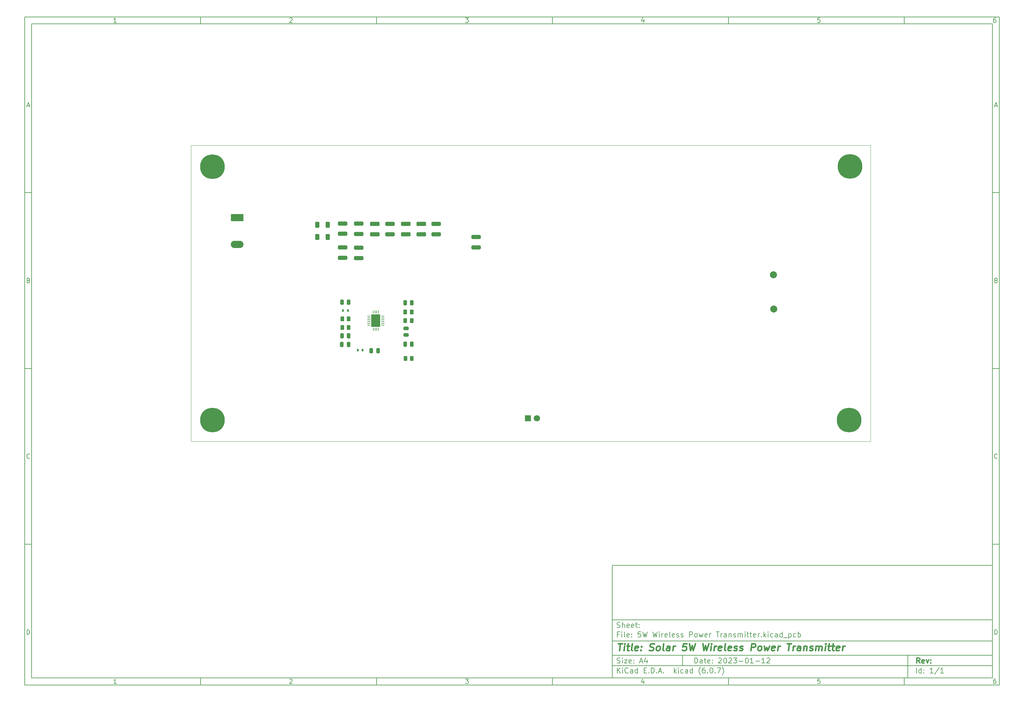
<source format=gbr>
%TF.GenerationSoftware,KiCad,Pcbnew,(6.0.7)*%
%TF.CreationDate,2023-01-12T19:17:07+03:00*%
%TF.ProjectId,5W Wireless Power Transmitter,35572057-6972-4656-9c65-737320506f77,rev?*%
%TF.SameCoordinates,Original*%
%TF.FileFunction,Soldermask,Top*%
%TF.FilePolarity,Negative*%
%FSLAX46Y46*%
G04 Gerber Fmt 4.6, Leading zero omitted, Abs format (unit mm)*
G04 Created by KiCad (PCBNEW (6.0.7)) date 2023-01-12 19:17:07*
%MOMM*%
%LPD*%
G01*
G04 APERTURE LIST*
G04 Aperture macros list*
%AMRoundRect*
0 Rectangle with rounded corners*
0 $1 Rounding radius*
0 $2 $3 $4 $5 $6 $7 $8 $9 X,Y pos of 4 corners*
0 Add a 4 corners polygon primitive as box body*
4,1,4,$2,$3,$4,$5,$6,$7,$8,$9,$2,$3,0*
0 Add four circle primitives for the rounded corners*
1,1,$1+$1,$2,$3*
1,1,$1+$1,$4,$5*
1,1,$1+$1,$6,$7*
1,1,$1+$1,$8,$9*
0 Add four rect primitives between the rounded corners*
20,1,$1+$1,$2,$3,$4,$5,0*
20,1,$1+$1,$4,$5,$6,$7,0*
20,1,$1+$1,$6,$7,$8,$9,0*
20,1,$1+$1,$8,$9,$2,$3,0*%
G04 Aperture macros list end*
%ADD10C,0.100000*%
%ADD11C,0.150000*%
%ADD12C,0.300000*%
%ADD13C,0.400000*%
%TA.AperFunction,Profile*%
%ADD14C,0.100000*%
%TD*%
%ADD15RoundRect,0.250000X-1.075000X0.312500X-1.075000X-0.312500X1.075000X-0.312500X1.075000X0.312500X0*%
%ADD16R,0.600000X0.700000*%
%ADD17RoundRect,0.250000X0.250000X0.475000X-0.250000X0.475000X-0.250000X-0.475000X0.250000X-0.475000X0*%
%ADD18RoundRect,0.250000X-0.475000X0.250000X-0.475000X-0.250000X0.475000X-0.250000X0.475000X0.250000X0*%
%ADD19RoundRect,0.250000X0.262500X0.450000X-0.262500X0.450000X-0.262500X-0.450000X0.262500X-0.450000X0*%
%ADD20RoundRect,0.250000X1.100000X-0.325000X1.100000X0.325000X-1.100000X0.325000X-1.100000X-0.325000X0*%
%ADD21C,0.800000*%
%ADD22C,7.000000*%
%ADD23R,1.800000X1.800000*%
%ADD24C,1.800000*%
%ADD25RoundRect,0.250000X-0.312500X-0.625000X0.312500X-0.625000X0.312500X0.625000X-0.312500X0.625000X0*%
%ADD26RoundRect,0.062500X0.362500X0.062500X-0.362500X0.062500X-0.362500X-0.062500X0.362500X-0.062500X0*%
%ADD27RoundRect,0.062500X0.062500X0.362500X-0.062500X0.362500X-0.062500X-0.362500X0.062500X-0.362500X0*%
%ADD28R,2.650000X3.650000*%
%ADD29C,2.000000*%
%ADD30RoundRect,0.250000X-0.250000X-0.475000X0.250000X-0.475000X0.250000X0.475000X-0.250000X0.475000X0*%
%ADD31RoundRect,0.250001X-1.549999X0.799999X-1.549999X-0.799999X1.549999X-0.799999X1.549999X0.799999X0*%
%ADD32O,3.600000X2.100000*%
%ADD33RoundRect,0.250000X-0.262500X-0.450000X0.262500X-0.450000X0.262500X0.450000X-0.262500X0.450000X0*%
G04 APERTURE END LIST*
D10*
D11*
X177002200Y-166007200D02*
X177002200Y-198007200D01*
X285002200Y-198007200D01*
X285002200Y-166007200D01*
X177002200Y-166007200D01*
D10*
D11*
X10000000Y-10000000D02*
X10000000Y-200007200D01*
X287002200Y-200007200D01*
X287002200Y-10000000D01*
X10000000Y-10000000D01*
D10*
D11*
X12000000Y-12000000D02*
X12000000Y-198007200D01*
X285002200Y-198007200D01*
X285002200Y-12000000D01*
X12000000Y-12000000D01*
D10*
D11*
X60000000Y-12000000D02*
X60000000Y-10000000D01*
D10*
D11*
X110000000Y-12000000D02*
X110000000Y-10000000D01*
D10*
D11*
X160000000Y-12000000D02*
X160000000Y-10000000D01*
D10*
D11*
X210000000Y-12000000D02*
X210000000Y-10000000D01*
D10*
D11*
X260000000Y-12000000D02*
X260000000Y-10000000D01*
D10*
D11*
X36065476Y-11588095D02*
X35322619Y-11588095D01*
X35694047Y-11588095D02*
X35694047Y-10288095D01*
X35570238Y-10473809D01*
X35446428Y-10597619D01*
X35322619Y-10659523D01*
D10*
D11*
X85322619Y-10411904D02*
X85384523Y-10350000D01*
X85508333Y-10288095D01*
X85817857Y-10288095D01*
X85941666Y-10350000D01*
X86003571Y-10411904D01*
X86065476Y-10535714D01*
X86065476Y-10659523D01*
X86003571Y-10845238D01*
X85260714Y-11588095D01*
X86065476Y-11588095D01*
D10*
D11*
X135260714Y-10288095D02*
X136065476Y-10288095D01*
X135632142Y-10783333D01*
X135817857Y-10783333D01*
X135941666Y-10845238D01*
X136003571Y-10907142D01*
X136065476Y-11030952D01*
X136065476Y-11340476D01*
X136003571Y-11464285D01*
X135941666Y-11526190D01*
X135817857Y-11588095D01*
X135446428Y-11588095D01*
X135322619Y-11526190D01*
X135260714Y-11464285D01*
D10*
D11*
X185941666Y-10721428D02*
X185941666Y-11588095D01*
X185632142Y-10226190D02*
X185322619Y-11154761D01*
X186127380Y-11154761D01*
D10*
D11*
X236003571Y-10288095D02*
X235384523Y-10288095D01*
X235322619Y-10907142D01*
X235384523Y-10845238D01*
X235508333Y-10783333D01*
X235817857Y-10783333D01*
X235941666Y-10845238D01*
X236003571Y-10907142D01*
X236065476Y-11030952D01*
X236065476Y-11340476D01*
X236003571Y-11464285D01*
X235941666Y-11526190D01*
X235817857Y-11588095D01*
X235508333Y-11588095D01*
X235384523Y-11526190D01*
X235322619Y-11464285D01*
D10*
D11*
X285941666Y-10288095D02*
X285694047Y-10288095D01*
X285570238Y-10350000D01*
X285508333Y-10411904D01*
X285384523Y-10597619D01*
X285322619Y-10845238D01*
X285322619Y-11340476D01*
X285384523Y-11464285D01*
X285446428Y-11526190D01*
X285570238Y-11588095D01*
X285817857Y-11588095D01*
X285941666Y-11526190D01*
X286003571Y-11464285D01*
X286065476Y-11340476D01*
X286065476Y-11030952D01*
X286003571Y-10907142D01*
X285941666Y-10845238D01*
X285817857Y-10783333D01*
X285570238Y-10783333D01*
X285446428Y-10845238D01*
X285384523Y-10907142D01*
X285322619Y-11030952D01*
D10*
D11*
X60000000Y-198007200D02*
X60000000Y-200007200D01*
D10*
D11*
X110000000Y-198007200D02*
X110000000Y-200007200D01*
D10*
D11*
X160000000Y-198007200D02*
X160000000Y-200007200D01*
D10*
D11*
X210000000Y-198007200D02*
X210000000Y-200007200D01*
D10*
D11*
X260000000Y-198007200D02*
X260000000Y-200007200D01*
D10*
D11*
X36065476Y-199595295D02*
X35322619Y-199595295D01*
X35694047Y-199595295D02*
X35694047Y-198295295D01*
X35570238Y-198481009D01*
X35446428Y-198604819D01*
X35322619Y-198666723D01*
D10*
D11*
X85322619Y-198419104D02*
X85384523Y-198357200D01*
X85508333Y-198295295D01*
X85817857Y-198295295D01*
X85941666Y-198357200D01*
X86003571Y-198419104D01*
X86065476Y-198542914D01*
X86065476Y-198666723D01*
X86003571Y-198852438D01*
X85260714Y-199595295D01*
X86065476Y-199595295D01*
D10*
D11*
X135260714Y-198295295D02*
X136065476Y-198295295D01*
X135632142Y-198790533D01*
X135817857Y-198790533D01*
X135941666Y-198852438D01*
X136003571Y-198914342D01*
X136065476Y-199038152D01*
X136065476Y-199347676D01*
X136003571Y-199471485D01*
X135941666Y-199533390D01*
X135817857Y-199595295D01*
X135446428Y-199595295D01*
X135322619Y-199533390D01*
X135260714Y-199471485D01*
D10*
D11*
X185941666Y-198728628D02*
X185941666Y-199595295D01*
X185632142Y-198233390D02*
X185322619Y-199161961D01*
X186127380Y-199161961D01*
D10*
D11*
X236003571Y-198295295D02*
X235384523Y-198295295D01*
X235322619Y-198914342D01*
X235384523Y-198852438D01*
X235508333Y-198790533D01*
X235817857Y-198790533D01*
X235941666Y-198852438D01*
X236003571Y-198914342D01*
X236065476Y-199038152D01*
X236065476Y-199347676D01*
X236003571Y-199471485D01*
X235941666Y-199533390D01*
X235817857Y-199595295D01*
X235508333Y-199595295D01*
X235384523Y-199533390D01*
X235322619Y-199471485D01*
D10*
D11*
X285941666Y-198295295D02*
X285694047Y-198295295D01*
X285570238Y-198357200D01*
X285508333Y-198419104D01*
X285384523Y-198604819D01*
X285322619Y-198852438D01*
X285322619Y-199347676D01*
X285384523Y-199471485D01*
X285446428Y-199533390D01*
X285570238Y-199595295D01*
X285817857Y-199595295D01*
X285941666Y-199533390D01*
X286003571Y-199471485D01*
X286065476Y-199347676D01*
X286065476Y-199038152D01*
X286003571Y-198914342D01*
X285941666Y-198852438D01*
X285817857Y-198790533D01*
X285570238Y-198790533D01*
X285446428Y-198852438D01*
X285384523Y-198914342D01*
X285322619Y-199038152D01*
D10*
D11*
X10000000Y-60000000D02*
X12000000Y-60000000D01*
D10*
D11*
X10000000Y-110000000D02*
X12000000Y-110000000D01*
D10*
D11*
X10000000Y-160000000D02*
X12000000Y-160000000D01*
D10*
D11*
X10690476Y-35216666D02*
X11309523Y-35216666D01*
X10566666Y-35588095D02*
X11000000Y-34288095D01*
X11433333Y-35588095D01*
D10*
D11*
X11092857Y-84907142D02*
X11278571Y-84969047D01*
X11340476Y-85030952D01*
X11402380Y-85154761D01*
X11402380Y-85340476D01*
X11340476Y-85464285D01*
X11278571Y-85526190D01*
X11154761Y-85588095D01*
X10659523Y-85588095D01*
X10659523Y-84288095D01*
X11092857Y-84288095D01*
X11216666Y-84350000D01*
X11278571Y-84411904D01*
X11340476Y-84535714D01*
X11340476Y-84659523D01*
X11278571Y-84783333D01*
X11216666Y-84845238D01*
X11092857Y-84907142D01*
X10659523Y-84907142D01*
D10*
D11*
X11402380Y-135464285D02*
X11340476Y-135526190D01*
X11154761Y-135588095D01*
X11030952Y-135588095D01*
X10845238Y-135526190D01*
X10721428Y-135402380D01*
X10659523Y-135278571D01*
X10597619Y-135030952D01*
X10597619Y-134845238D01*
X10659523Y-134597619D01*
X10721428Y-134473809D01*
X10845238Y-134350000D01*
X11030952Y-134288095D01*
X11154761Y-134288095D01*
X11340476Y-134350000D01*
X11402380Y-134411904D01*
D10*
D11*
X10659523Y-185588095D02*
X10659523Y-184288095D01*
X10969047Y-184288095D01*
X11154761Y-184350000D01*
X11278571Y-184473809D01*
X11340476Y-184597619D01*
X11402380Y-184845238D01*
X11402380Y-185030952D01*
X11340476Y-185278571D01*
X11278571Y-185402380D01*
X11154761Y-185526190D01*
X10969047Y-185588095D01*
X10659523Y-185588095D01*
D10*
D11*
X287002200Y-60000000D02*
X285002200Y-60000000D01*
D10*
D11*
X287002200Y-110000000D02*
X285002200Y-110000000D01*
D10*
D11*
X287002200Y-160000000D02*
X285002200Y-160000000D01*
D10*
D11*
X285692676Y-35216666D02*
X286311723Y-35216666D01*
X285568866Y-35588095D02*
X286002200Y-34288095D01*
X286435533Y-35588095D01*
D10*
D11*
X286095057Y-84907142D02*
X286280771Y-84969047D01*
X286342676Y-85030952D01*
X286404580Y-85154761D01*
X286404580Y-85340476D01*
X286342676Y-85464285D01*
X286280771Y-85526190D01*
X286156961Y-85588095D01*
X285661723Y-85588095D01*
X285661723Y-84288095D01*
X286095057Y-84288095D01*
X286218866Y-84350000D01*
X286280771Y-84411904D01*
X286342676Y-84535714D01*
X286342676Y-84659523D01*
X286280771Y-84783333D01*
X286218866Y-84845238D01*
X286095057Y-84907142D01*
X285661723Y-84907142D01*
D10*
D11*
X286404580Y-135464285D02*
X286342676Y-135526190D01*
X286156961Y-135588095D01*
X286033152Y-135588095D01*
X285847438Y-135526190D01*
X285723628Y-135402380D01*
X285661723Y-135278571D01*
X285599819Y-135030952D01*
X285599819Y-134845238D01*
X285661723Y-134597619D01*
X285723628Y-134473809D01*
X285847438Y-134350000D01*
X286033152Y-134288095D01*
X286156961Y-134288095D01*
X286342676Y-134350000D01*
X286404580Y-134411904D01*
D10*
D11*
X285661723Y-185588095D02*
X285661723Y-184288095D01*
X285971247Y-184288095D01*
X286156961Y-184350000D01*
X286280771Y-184473809D01*
X286342676Y-184597619D01*
X286404580Y-184845238D01*
X286404580Y-185030952D01*
X286342676Y-185278571D01*
X286280771Y-185402380D01*
X286156961Y-185526190D01*
X285971247Y-185588095D01*
X285661723Y-185588095D01*
D10*
D11*
X200434342Y-193785771D02*
X200434342Y-192285771D01*
X200791485Y-192285771D01*
X201005771Y-192357200D01*
X201148628Y-192500057D01*
X201220057Y-192642914D01*
X201291485Y-192928628D01*
X201291485Y-193142914D01*
X201220057Y-193428628D01*
X201148628Y-193571485D01*
X201005771Y-193714342D01*
X200791485Y-193785771D01*
X200434342Y-193785771D01*
X202577200Y-193785771D02*
X202577200Y-193000057D01*
X202505771Y-192857200D01*
X202362914Y-192785771D01*
X202077200Y-192785771D01*
X201934342Y-192857200D01*
X202577200Y-193714342D02*
X202434342Y-193785771D01*
X202077200Y-193785771D01*
X201934342Y-193714342D01*
X201862914Y-193571485D01*
X201862914Y-193428628D01*
X201934342Y-193285771D01*
X202077200Y-193214342D01*
X202434342Y-193214342D01*
X202577200Y-193142914D01*
X203077200Y-192785771D02*
X203648628Y-192785771D01*
X203291485Y-192285771D02*
X203291485Y-193571485D01*
X203362914Y-193714342D01*
X203505771Y-193785771D01*
X203648628Y-193785771D01*
X204720057Y-193714342D02*
X204577200Y-193785771D01*
X204291485Y-193785771D01*
X204148628Y-193714342D01*
X204077200Y-193571485D01*
X204077200Y-193000057D01*
X204148628Y-192857200D01*
X204291485Y-192785771D01*
X204577200Y-192785771D01*
X204720057Y-192857200D01*
X204791485Y-193000057D01*
X204791485Y-193142914D01*
X204077200Y-193285771D01*
X205434342Y-193642914D02*
X205505771Y-193714342D01*
X205434342Y-193785771D01*
X205362914Y-193714342D01*
X205434342Y-193642914D01*
X205434342Y-193785771D01*
X205434342Y-192857200D02*
X205505771Y-192928628D01*
X205434342Y-193000057D01*
X205362914Y-192928628D01*
X205434342Y-192857200D01*
X205434342Y-193000057D01*
X207220057Y-192428628D02*
X207291485Y-192357200D01*
X207434342Y-192285771D01*
X207791485Y-192285771D01*
X207934342Y-192357200D01*
X208005771Y-192428628D01*
X208077200Y-192571485D01*
X208077200Y-192714342D01*
X208005771Y-192928628D01*
X207148628Y-193785771D01*
X208077200Y-193785771D01*
X209005771Y-192285771D02*
X209148628Y-192285771D01*
X209291485Y-192357200D01*
X209362914Y-192428628D01*
X209434342Y-192571485D01*
X209505771Y-192857200D01*
X209505771Y-193214342D01*
X209434342Y-193500057D01*
X209362914Y-193642914D01*
X209291485Y-193714342D01*
X209148628Y-193785771D01*
X209005771Y-193785771D01*
X208862914Y-193714342D01*
X208791485Y-193642914D01*
X208720057Y-193500057D01*
X208648628Y-193214342D01*
X208648628Y-192857200D01*
X208720057Y-192571485D01*
X208791485Y-192428628D01*
X208862914Y-192357200D01*
X209005771Y-192285771D01*
X210077200Y-192428628D02*
X210148628Y-192357200D01*
X210291485Y-192285771D01*
X210648628Y-192285771D01*
X210791485Y-192357200D01*
X210862914Y-192428628D01*
X210934342Y-192571485D01*
X210934342Y-192714342D01*
X210862914Y-192928628D01*
X210005771Y-193785771D01*
X210934342Y-193785771D01*
X211434342Y-192285771D02*
X212362914Y-192285771D01*
X211862914Y-192857200D01*
X212077200Y-192857200D01*
X212220057Y-192928628D01*
X212291485Y-193000057D01*
X212362914Y-193142914D01*
X212362914Y-193500057D01*
X212291485Y-193642914D01*
X212220057Y-193714342D01*
X212077200Y-193785771D01*
X211648628Y-193785771D01*
X211505771Y-193714342D01*
X211434342Y-193642914D01*
X213005771Y-193214342D02*
X214148628Y-193214342D01*
X215148628Y-192285771D02*
X215291485Y-192285771D01*
X215434342Y-192357200D01*
X215505771Y-192428628D01*
X215577200Y-192571485D01*
X215648628Y-192857200D01*
X215648628Y-193214342D01*
X215577200Y-193500057D01*
X215505771Y-193642914D01*
X215434342Y-193714342D01*
X215291485Y-193785771D01*
X215148628Y-193785771D01*
X215005771Y-193714342D01*
X214934342Y-193642914D01*
X214862914Y-193500057D01*
X214791485Y-193214342D01*
X214791485Y-192857200D01*
X214862914Y-192571485D01*
X214934342Y-192428628D01*
X215005771Y-192357200D01*
X215148628Y-192285771D01*
X217077200Y-193785771D02*
X216220057Y-193785771D01*
X216648628Y-193785771D02*
X216648628Y-192285771D01*
X216505771Y-192500057D01*
X216362914Y-192642914D01*
X216220057Y-192714342D01*
X217720057Y-193214342D02*
X218862914Y-193214342D01*
X220362914Y-193785771D02*
X219505771Y-193785771D01*
X219934342Y-193785771D02*
X219934342Y-192285771D01*
X219791485Y-192500057D01*
X219648628Y-192642914D01*
X219505771Y-192714342D01*
X220934342Y-192428628D02*
X221005771Y-192357200D01*
X221148628Y-192285771D01*
X221505771Y-192285771D01*
X221648628Y-192357200D01*
X221720057Y-192428628D01*
X221791485Y-192571485D01*
X221791485Y-192714342D01*
X221720057Y-192928628D01*
X220862914Y-193785771D01*
X221791485Y-193785771D01*
D10*
D11*
X177002200Y-194507200D02*
X285002200Y-194507200D01*
D10*
D11*
X178434342Y-196585771D02*
X178434342Y-195085771D01*
X179291485Y-196585771D02*
X178648628Y-195728628D01*
X179291485Y-195085771D02*
X178434342Y-195942914D01*
X179934342Y-196585771D02*
X179934342Y-195585771D01*
X179934342Y-195085771D02*
X179862914Y-195157200D01*
X179934342Y-195228628D01*
X180005771Y-195157200D01*
X179934342Y-195085771D01*
X179934342Y-195228628D01*
X181505771Y-196442914D02*
X181434342Y-196514342D01*
X181220057Y-196585771D01*
X181077200Y-196585771D01*
X180862914Y-196514342D01*
X180720057Y-196371485D01*
X180648628Y-196228628D01*
X180577200Y-195942914D01*
X180577200Y-195728628D01*
X180648628Y-195442914D01*
X180720057Y-195300057D01*
X180862914Y-195157200D01*
X181077200Y-195085771D01*
X181220057Y-195085771D01*
X181434342Y-195157200D01*
X181505771Y-195228628D01*
X182791485Y-196585771D02*
X182791485Y-195800057D01*
X182720057Y-195657200D01*
X182577200Y-195585771D01*
X182291485Y-195585771D01*
X182148628Y-195657200D01*
X182791485Y-196514342D02*
X182648628Y-196585771D01*
X182291485Y-196585771D01*
X182148628Y-196514342D01*
X182077200Y-196371485D01*
X182077200Y-196228628D01*
X182148628Y-196085771D01*
X182291485Y-196014342D01*
X182648628Y-196014342D01*
X182791485Y-195942914D01*
X184148628Y-196585771D02*
X184148628Y-195085771D01*
X184148628Y-196514342D02*
X184005771Y-196585771D01*
X183720057Y-196585771D01*
X183577200Y-196514342D01*
X183505771Y-196442914D01*
X183434342Y-196300057D01*
X183434342Y-195871485D01*
X183505771Y-195728628D01*
X183577200Y-195657200D01*
X183720057Y-195585771D01*
X184005771Y-195585771D01*
X184148628Y-195657200D01*
X186005771Y-195800057D02*
X186505771Y-195800057D01*
X186720057Y-196585771D02*
X186005771Y-196585771D01*
X186005771Y-195085771D01*
X186720057Y-195085771D01*
X187362914Y-196442914D02*
X187434342Y-196514342D01*
X187362914Y-196585771D01*
X187291485Y-196514342D01*
X187362914Y-196442914D01*
X187362914Y-196585771D01*
X188077200Y-196585771D02*
X188077200Y-195085771D01*
X188434342Y-195085771D01*
X188648628Y-195157200D01*
X188791485Y-195300057D01*
X188862914Y-195442914D01*
X188934342Y-195728628D01*
X188934342Y-195942914D01*
X188862914Y-196228628D01*
X188791485Y-196371485D01*
X188648628Y-196514342D01*
X188434342Y-196585771D01*
X188077200Y-196585771D01*
X189577200Y-196442914D02*
X189648628Y-196514342D01*
X189577200Y-196585771D01*
X189505771Y-196514342D01*
X189577200Y-196442914D01*
X189577200Y-196585771D01*
X190220057Y-196157200D02*
X190934342Y-196157200D01*
X190077200Y-196585771D02*
X190577200Y-195085771D01*
X191077200Y-196585771D01*
X191577200Y-196442914D02*
X191648628Y-196514342D01*
X191577200Y-196585771D01*
X191505771Y-196514342D01*
X191577200Y-196442914D01*
X191577200Y-196585771D01*
X194577200Y-196585771D02*
X194577200Y-195085771D01*
X194720057Y-196014342D02*
X195148628Y-196585771D01*
X195148628Y-195585771D02*
X194577200Y-196157200D01*
X195791485Y-196585771D02*
X195791485Y-195585771D01*
X195791485Y-195085771D02*
X195720057Y-195157200D01*
X195791485Y-195228628D01*
X195862914Y-195157200D01*
X195791485Y-195085771D01*
X195791485Y-195228628D01*
X197148628Y-196514342D02*
X197005771Y-196585771D01*
X196720057Y-196585771D01*
X196577200Y-196514342D01*
X196505771Y-196442914D01*
X196434342Y-196300057D01*
X196434342Y-195871485D01*
X196505771Y-195728628D01*
X196577200Y-195657200D01*
X196720057Y-195585771D01*
X197005771Y-195585771D01*
X197148628Y-195657200D01*
X198434342Y-196585771D02*
X198434342Y-195800057D01*
X198362914Y-195657200D01*
X198220057Y-195585771D01*
X197934342Y-195585771D01*
X197791485Y-195657200D01*
X198434342Y-196514342D02*
X198291485Y-196585771D01*
X197934342Y-196585771D01*
X197791485Y-196514342D01*
X197720057Y-196371485D01*
X197720057Y-196228628D01*
X197791485Y-196085771D01*
X197934342Y-196014342D01*
X198291485Y-196014342D01*
X198434342Y-195942914D01*
X199791485Y-196585771D02*
X199791485Y-195085771D01*
X199791485Y-196514342D02*
X199648628Y-196585771D01*
X199362914Y-196585771D01*
X199220057Y-196514342D01*
X199148628Y-196442914D01*
X199077200Y-196300057D01*
X199077200Y-195871485D01*
X199148628Y-195728628D01*
X199220057Y-195657200D01*
X199362914Y-195585771D01*
X199648628Y-195585771D01*
X199791485Y-195657200D01*
X202077200Y-197157200D02*
X202005771Y-197085771D01*
X201862914Y-196871485D01*
X201791485Y-196728628D01*
X201720057Y-196514342D01*
X201648628Y-196157200D01*
X201648628Y-195871485D01*
X201720057Y-195514342D01*
X201791485Y-195300057D01*
X201862914Y-195157200D01*
X202005771Y-194942914D01*
X202077200Y-194871485D01*
X203291485Y-195085771D02*
X203005771Y-195085771D01*
X202862914Y-195157200D01*
X202791485Y-195228628D01*
X202648628Y-195442914D01*
X202577200Y-195728628D01*
X202577200Y-196300057D01*
X202648628Y-196442914D01*
X202720057Y-196514342D01*
X202862914Y-196585771D01*
X203148628Y-196585771D01*
X203291485Y-196514342D01*
X203362914Y-196442914D01*
X203434342Y-196300057D01*
X203434342Y-195942914D01*
X203362914Y-195800057D01*
X203291485Y-195728628D01*
X203148628Y-195657200D01*
X202862914Y-195657200D01*
X202720057Y-195728628D01*
X202648628Y-195800057D01*
X202577200Y-195942914D01*
X204077200Y-196442914D02*
X204148628Y-196514342D01*
X204077200Y-196585771D01*
X204005771Y-196514342D01*
X204077200Y-196442914D01*
X204077200Y-196585771D01*
X205077200Y-195085771D02*
X205220057Y-195085771D01*
X205362914Y-195157200D01*
X205434342Y-195228628D01*
X205505771Y-195371485D01*
X205577200Y-195657200D01*
X205577200Y-196014342D01*
X205505771Y-196300057D01*
X205434342Y-196442914D01*
X205362914Y-196514342D01*
X205220057Y-196585771D01*
X205077200Y-196585771D01*
X204934342Y-196514342D01*
X204862914Y-196442914D01*
X204791485Y-196300057D01*
X204720057Y-196014342D01*
X204720057Y-195657200D01*
X204791485Y-195371485D01*
X204862914Y-195228628D01*
X204934342Y-195157200D01*
X205077200Y-195085771D01*
X206220057Y-196442914D02*
X206291485Y-196514342D01*
X206220057Y-196585771D01*
X206148628Y-196514342D01*
X206220057Y-196442914D01*
X206220057Y-196585771D01*
X206791485Y-195085771D02*
X207791485Y-195085771D01*
X207148628Y-196585771D01*
X208220057Y-197157200D02*
X208291485Y-197085771D01*
X208434342Y-196871485D01*
X208505771Y-196728628D01*
X208577200Y-196514342D01*
X208648628Y-196157200D01*
X208648628Y-195871485D01*
X208577200Y-195514342D01*
X208505771Y-195300057D01*
X208434342Y-195157200D01*
X208291485Y-194942914D01*
X208220057Y-194871485D01*
D10*
D11*
X177002200Y-191507200D02*
X285002200Y-191507200D01*
D10*
D12*
X264411485Y-193785771D02*
X263911485Y-193071485D01*
X263554342Y-193785771D02*
X263554342Y-192285771D01*
X264125771Y-192285771D01*
X264268628Y-192357200D01*
X264340057Y-192428628D01*
X264411485Y-192571485D01*
X264411485Y-192785771D01*
X264340057Y-192928628D01*
X264268628Y-193000057D01*
X264125771Y-193071485D01*
X263554342Y-193071485D01*
X265625771Y-193714342D02*
X265482914Y-193785771D01*
X265197200Y-193785771D01*
X265054342Y-193714342D01*
X264982914Y-193571485D01*
X264982914Y-193000057D01*
X265054342Y-192857200D01*
X265197200Y-192785771D01*
X265482914Y-192785771D01*
X265625771Y-192857200D01*
X265697200Y-193000057D01*
X265697200Y-193142914D01*
X264982914Y-193285771D01*
X266197200Y-192785771D02*
X266554342Y-193785771D01*
X266911485Y-192785771D01*
X267482914Y-193642914D02*
X267554342Y-193714342D01*
X267482914Y-193785771D01*
X267411485Y-193714342D01*
X267482914Y-193642914D01*
X267482914Y-193785771D01*
X267482914Y-192857200D02*
X267554342Y-192928628D01*
X267482914Y-193000057D01*
X267411485Y-192928628D01*
X267482914Y-192857200D01*
X267482914Y-193000057D01*
D10*
D11*
X178362914Y-193714342D02*
X178577200Y-193785771D01*
X178934342Y-193785771D01*
X179077200Y-193714342D01*
X179148628Y-193642914D01*
X179220057Y-193500057D01*
X179220057Y-193357200D01*
X179148628Y-193214342D01*
X179077200Y-193142914D01*
X178934342Y-193071485D01*
X178648628Y-193000057D01*
X178505771Y-192928628D01*
X178434342Y-192857200D01*
X178362914Y-192714342D01*
X178362914Y-192571485D01*
X178434342Y-192428628D01*
X178505771Y-192357200D01*
X178648628Y-192285771D01*
X179005771Y-192285771D01*
X179220057Y-192357200D01*
X179862914Y-193785771D02*
X179862914Y-192785771D01*
X179862914Y-192285771D02*
X179791485Y-192357200D01*
X179862914Y-192428628D01*
X179934342Y-192357200D01*
X179862914Y-192285771D01*
X179862914Y-192428628D01*
X180434342Y-192785771D02*
X181220057Y-192785771D01*
X180434342Y-193785771D01*
X181220057Y-193785771D01*
X182362914Y-193714342D02*
X182220057Y-193785771D01*
X181934342Y-193785771D01*
X181791485Y-193714342D01*
X181720057Y-193571485D01*
X181720057Y-193000057D01*
X181791485Y-192857200D01*
X181934342Y-192785771D01*
X182220057Y-192785771D01*
X182362914Y-192857200D01*
X182434342Y-193000057D01*
X182434342Y-193142914D01*
X181720057Y-193285771D01*
X183077200Y-193642914D02*
X183148628Y-193714342D01*
X183077200Y-193785771D01*
X183005771Y-193714342D01*
X183077200Y-193642914D01*
X183077200Y-193785771D01*
X183077200Y-192857200D02*
X183148628Y-192928628D01*
X183077200Y-193000057D01*
X183005771Y-192928628D01*
X183077200Y-192857200D01*
X183077200Y-193000057D01*
X184862914Y-193357200D02*
X185577200Y-193357200D01*
X184720057Y-193785771D02*
X185220057Y-192285771D01*
X185720057Y-193785771D01*
X186862914Y-192785771D02*
X186862914Y-193785771D01*
X186505771Y-192214342D02*
X186148628Y-193285771D01*
X187077200Y-193285771D01*
D10*
D11*
X263434342Y-196585771D02*
X263434342Y-195085771D01*
X264791485Y-196585771D02*
X264791485Y-195085771D01*
X264791485Y-196514342D02*
X264648628Y-196585771D01*
X264362914Y-196585771D01*
X264220057Y-196514342D01*
X264148628Y-196442914D01*
X264077200Y-196300057D01*
X264077200Y-195871485D01*
X264148628Y-195728628D01*
X264220057Y-195657200D01*
X264362914Y-195585771D01*
X264648628Y-195585771D01*
X264791485Y-195657200D01*
X265505771Y-196442914D02*
X265577200Y-196514342D01*
X265505771Y-196585771D01*
X265434342Y-196514342D01*
X265505771Y-196442914D01*
X265505771Y-196585771D01*
X265505771Y-195657200D02*
X265577200Y-195728628D01*
X265505771Y-195800057D01*
X265434342Y-195728628D01*
X265505771Y-195657200D01*
X265505771Y-195800057D01*
X268148628Y-196585771D02*
X267291485Y-196585771D01*
X267720057Y-196585771D02*
X267720057Y-195085771D01*
X267577200Y-195300057D01*
X267434342Y-195442914D01*
X267291485Y-195514342D01*
X269862914Y-195014342D02*
X268577200Y-196942914D01*
X271148628Y-196585771D02*
X270291485Y-196585771D01*
X270720057Y-196585771D02*
X270720057Y-195085771D01*
X270577200Y-195300057D01*
X270434342Y-195442914D01*
X270291485Y-195514342D01*
D10*
D11*
X177002200Y-187507200D02*
X285002200Y-187507200D01*
D10*
D13*
X178714580Y-188211961D02*
X179857438Y-188211961D01*
X179036009Y-190211961D02*
X179286009Y-188211961D01*
X180274104Y-190211961D02*
X180440771Y-188878628D01*
X180524104Y-188211961D02*
X180416961Y-188307200D01*
X180500295Y-188402438D01*
X180607438Y-188307200D01*
X180524104Y-188211961D01*
X180500295Y-188402438D01*
X181107438Y-188878628D02*
X181869342Y-188878628D01*
X181476485Y-188211961D02*
X181262200Y-189926247D01*
X181333628Y-190116723D01*
X181512200Y-190211961D01*
X181702676Y-190211961D01*
X182655057Y-190211961D02*
X182476485Y-190116723D01*
X182405057Y-189926247D01*
X182619342Y-188211961D01*
X184190771Y-190116723D02*
X183988390Y-190211961D01*
X183607438Y-190211961D01*
X183428866Y-190116723D01*
X183357438Y-189926247D01*
X183452676Y-189164342D01*
X183571723Y-188973866D01*
X183774104Y-188878628D01*
X184155057Y-188878628D01*
X184333628Y-188973866D01*
X184405057Y-189164342D01*
X184381247Y-189354819D01*
X183405057Y-189545295D01*
X185155057Y-190021485D02*
X185238390Y-190116723D01*
X185131247Y-190211961D01*
X185047914Y-190116723D01*
X185155057Y-190021485D01*
X185131247Y-190211961D01*
X185286009Y-188973866D02*
X185369342Y-189069104D01*
X185262200Y-189164342D01*
X185178866Y-189069104D01*
X185286009Y-188973866D01*
X185262200Y-189164342D01*
X187524104Y-190116723D02*
X187797914Y-190211961D01*
X188274104Y-190211961D01*
X188476485Y-190116723D01*
X188583628Y-190021485D01*
X188702676Y-189831009D01*
X188726485Y-189640533D01*
X188655057Y-189450057D01*
X188571723Y-189354819D01*
X188393152Y-189259580D01*
X188024104Y-189164342D01*
X187845533Y-189069104D01*
X187762200Y-188973866D01*
X187690771Y-188783390D01*
X187714580Y-188592914D01*
X187833628Y-188402438D01*
X187940771Y-188307200D01*
X188143152Y-188211961D01*
X188619342Y-188211961D01*
X188893152Y-188307200D01*
X189797914Y-190211961D02*
X189619342Y-190116723D01*
X189536009Y-190021485D01*
X189464580Y-189831009D01*
X189536009Y-189259580D01*
X189655057Y-189069104D01*
X189762200Y-188973866D01*
X189964580Y-188878628D01*
X190250295Y-188878628D01*
X190428866Y-188973866D01*
X190512200Y-189069104D01*
X190583628Y-189259580D01*
X190512200Y-189831009D01*
X190393152Y-190021485D01*
X190286009Y-190116723D01*
X190083628Y-190211961D01*
X189797914Y-190211961D01*
X191607438Y-190211961D02*
X191428866Y-190116723D01*
X191357438Y-189926247D01*
X191571723Y-188211961D01*
X193226485Y-190211961D02*
X193357438Y-189164342D01*
X193286009Y-188973866D01*
X193107438Y-188878628D01*
X192726485Y-188878628D01*
X192524104Y-188973866D01*
X193238390Y-190116723D02*
X193036009Y-190211961D01*
X192559819Y-190211961D01*
X192381247Y-190116723D01*
X192309819Y-189926247D01*
X192333628Y-189735771D01*
X192452676Y-189545295D01*
X192655057Y-189450057D01*
X193131247Y-189450057D01*
X193333628Y-189354819D01*
X194178866Y-190211961D02*
X194345533Y-188878628D01*
X194297914Y-189259580D02*
X194416961Y-189069104D01*
X194524104Y-188973866D01*
X194726485Y-188878628D01*
X194916961Y-188878628D01*
X198143152Y-188211961D02*
X197190771Y-188211961D01*
X196976485Y-189164342D01*
X197083628Y-189069104D01*
X197286009Y-188973866D01*
X197762200Y-188973866D01*
X197940771Y-189069104D01*
X198024104Y-189164342D01*
X198095533Y-189354819D01*
X198036009Y-189831009D01*
X197916961Y-190021485D01*
X197809819Y-190116723D01*
X197607438Y-190211961D01*
X197131247Y-190211961D01*
X196952676Y-190116723D01*
X196869342Y-190021485D01*
X198905057Y-188211961D02*
X199131247Y-190211961D01*
X199690771Y-188783390D01*
X199893152Y-190211961D01*
X200619342Y-188211961D01*
X202714580Y-188211961D02*
X202940771Y-190211961D01*
X203500295Y-188783390D01*
X203702676Y-190211961D01*
X204428866Y-188211961D01*
X204940771Y-190211961D02*
X205107438Y-188878628D01*
X205190771Y-188211961D02*
X205083628Y-188307200D01*
X205166961Y-188402438D01*
X205274104Y-188307200D01*
X205190771Y-188211961D01*
X205166961Y-188402438D01*
X205893152Y-190211961D02*
X206059819Y-188878628D01*
X206012200Y-189259580D02*
X206131247Y-189069104D01*
X206238390Y-188973866D01*
X206440771Y-188878628D01*
X206631247Y-188878628D01*
X207905057Y-190116723D02*
X207702676Y-190211961D01*
X207321723Y-190211961D01*
X207143152Y-190116723D01*
X207071723Y-189926247D01*
X207166961Y-189164342D01*
X207286009Y-188973866D01*
X207488390Y-188878628D01*
X207869342Y-188878628D01*
X208047914Y-188973866D01*
X208119342Y-189164342D01*
X208095533Y-189354819D01*
X207119342Y-189545295D01*
X209131247Y-190211961D02*
X208952676Y-190116723D01*
X208881247Y-189926247D01*
X209095533Y-188211961D01*
X210666961Y-190116723D02*
X210464580Y-190211961D01*
X210083628Y-190211961D01*
X209905057Y-190116723D01*
X209833628Y-189926247D01*
X209928866Y-189164342D01*
X210047914Y-188973866D01*
X210250295Y-188878628D01*
X210631247Y-188878628D01*
X210809819Y-188973866D01*
X210881247Y-189164342D01*
X210857438Y-189354819D01*
X209881247Y-189545295D01*
X211524104Y-190116723D02*
X211702676Y-190211961D01*
X212083628Y-190211961D01*
X212286009Y-190116723D01*
X212405057Y-189926247D01*
X212416961Y-189831009D01*
X212345533Y-189640533D01*
X212166961Y-189545295D01*
X211881247Y-189545295D01*
X211702676Y-189450057D01*
X211631247Y-189259580D01*
X211643152Y-189164342D01*
X211762200Y-188973866D01*
X211964580Y-188878628D01*
X212250295Y-188878628D01*
X212428866Y-188973866D01*
X213143152Y-190116723D02*
X213321723Y-190211961D01*
X213702676Y-190211961D01*
X213905057Y-190116723D01*
X214024104Y-189926247D01*
X214036009Y-189831009D01*
X213964580Y-189640533D01*
X213786009Y-189545295D01*
X213500295Y-189545295D01*
X213321723Y-189450057D01*
X213250295Y-189259580D01*
X213262200Y-189164342D01*
X213381247Y-188973866D01*
X213583628Y-188878628D01*
X213869342Y-188878628D01*
X214047914Y-188973866D01*
X216369342Y-190211961D02*
X216619342Y-188211961D01*
X217381247Y-188211961D01*
X217559819Y-188307200D01*
X217643152Y-188402438D01*
X217714580Y-188592914D01*
X217678866Y-188878628D01*
X217559819Y-189069104D01*
X217452676Y-189164342D01*
X217250295Y-189259580D01*
X216488390Y-189259580D01*
X218655057Y-190211961D02*
X218476485Y-190116723D01*
X218393152Y-190021485D01*
X218321723Y-189831009D01*
X218393152Y-189259580D01*
X218512200Y-189069104D01*
X218619342Y-188973866D01*
X218821723Y-188878628D01*
X219107438Y-188878628D01*
X219286009Y-188973866D01*
X219369342Y-189069104D01*
X219440771Y-189259580D01*
X219369342Y-189831009D01*
X219250295Y-190021485D01*
X219143152Y-190116723D01*
X218940771Y-190211961D01*
X218655057Y-190211961D01*
X220155057Y-188878628D02*
X220369342Y-190211961D01*
X220869342Y-189259580D01*
X221131247Y-190211961D01*
X221678866Y-188878628D01*
X223047914Y-190116723D02*
X222845533Y-190211961D01*
X222464580Y-190211961D01*
X222286009Y-190116723D01*
X222214580Y-189926247D01*
X222309819Y-189164342D01*
X222428866Y-188973866D01*
X222631247Y-188878628D01*
X223012200Y-188878628D01*
X223190771Y-188973866D01*
X223262200Y-189164342D01*
X223238390Y-189354819D01*
X222262200Y-189545295D01*
X223988390Y-190211961D02*
X224155057Y-188878628D01*
X224107438Y-189259580D02*
X224226485Y-189069104D01*
X224333628Y-188973866D01*
X224536009Y-188878628D01*
X224726485Y-188878628D01*
X226714580Y-188211961D02*
X227857438Y-188211961D01*
X227036009Y-190211961D02*
X227286009Y-188211961D01*
X228274104Y-190211961D02*
X228440771Y-188878628D01*
X228393152Y-189259580D02*
X228512200Y-189069104D01*
X228619342Y-188973866D01*
X228821723Y-188878628D01*
X229012200Y-188878628D01*
X230369342Y-190211961D02*
X230500295Y-189164342D01*
X230428866Y-188973866D01*
X230250295Y-188878628D01*
X229869342Y-188878628D01*
X229666961Y-188973866D01*
X230381247Y-190116723D02*
X230178866Y-190211961D01*
X229702676Y-190211961D01*
X229524104Y-190116723D01*
X229452676Y-189926247D01*
X229476485Y-189735771D01*
X229595533Y-189545295D01*
X229797914Y-189450057D01*
X230274104Y-189450057D01*
X230476485Y-189354819D01*
X231488390Y-188878628D02*
X231321723Y-190211961D01*
X231464580Y-189069104D02*
X231571723Y-188973866D01*
X231774104Y-188878628D01*
X232059819Y-188878628D01*
X232238390Y-188973866D01*
X232309819Y-189164342D01*
X232178866Y-190211961D01*
X233047914Y-190116723D02*
X233226485Y-190211961D01*
X233607438Y-190211961D01*
X233809819Y-190116723D01*
X233928866Y-189926247D01*
X233940771Y-189831009D01*
X233869342Y-189640533D01*
X233690771Y-189545295D01*
X233405057Y-189545295D01*
X233226485Y-189450057D01*
X233155057Y-189259580D01*
X233166961Y-189164342D01*
X233286009Y-188973866D01*
X233488390Y-188878628D01*
X233774104Y-188878628D01*
X233952676Y-188973866D01*
X234750295Y-190211961D02*
X234916961Y-188878628D01*
X234893152Y-189069104D02*
X235000295Y-188973866D01*
X235202676Y-188878628D01*
X235488390Y-188878628D01*
X235666961Y-188973866D01*
X235738390Y-189164342D01*
X235607438Y-190211961D01*
X235738390Y-189164342D02*
X235857438Y-188973866D01*
X236059819Y-188878628D01*
X236345533Y-188878628D01*
X236524104Y-188973866D01*
X236595533Y-189164342D01*
X236464580Y-190211961D01*
X237416961Y-190211961D02*
X237583628Y-188878628D01*
X237666961Y-188211961D02*
X237559819Y-188307200D01*
X237643152Y-188402438D01*
X237750295Y-188307200D01*
X237666961Y-188211961D01*
X237643152Y-188402438D01*
X238250295Y-188878628D02*
X239012200Y-188878628D01*
X238619342Y-188211961D02*
X238405057Y-189926247D01*
X238476485Y-190116723D01*
X238655057Y-190211961D01*
X238845533Y-190211961D01*
X239393152Y-188878628D02*
X240155057Y-188878628D01*
X239762200Y-188211961D02*
X239547914Y-189926247D01*
X239619342Y-190116723D01*
X239797914Y-190211961D01*
X239988390Y-190211961D01*
X241428866Y-190116723D02*
X241226485Y-190211961D01*
X240845533Y-190211961D01*
X240666961Y-190116723D01*
X240595533Y-189926247D01*
X240690771Y-189164342D01*
X240809819Y-188973866D01*
X241012199Y-188878628D01*
X241393152Y-188878628D01*
X241571723Y-188973866D01*
X241643152Y-189164342D01*
X241619342Y-189354819D01*
X240643152Y-189545295D01*
X242369342Y-190211961D02*
X242536009Y-188878628D01*
X242488390Y-189259580D02*
X242607438Y-189069104D01*
X242714580Y-188973866D01*
X242916961Y-188878628D01*
X243107438Y-188878628D01*
D10*
D11*
X178934342Y-185600057D02*
X178434342Y-185600057D01*
X178434342Y-186385771D02*
X178434342Y-184885771D01*
X179148628Y-184885771D01*
X179720057Y-186385771D02*
X179720057Y-185385771D01*
X179720057Y-184885771D02*
X179648628Y-184957200D01*
X179720057Y-185028628D01*
X179791485Y-184957200D01*
X179720057Y-184885771D01*
X179720057Y-185028628D01*
X180648628Y-186385771D02*
X180505771Y-186314342D01*
X180434342Y-186171485D01*
X180434342Y-184885771D01*
X181791485Y-186314342D02*
X181648628Y-186385771D01*
X181362914Y-186385771D01*
X181220057Y-186314342D01*
X181148628Y-186171485D01*
X181148628Y-185600057D01*
X181220057Y-185457200D01*
X181362914Y-185385771D01*
X181648628Y-185385771D01*
X181791485Y-185457200D01*
X181862914Y-185600057D01*
X181862914Y-185742914D01*
X181148628Y-185885771D01*
X182505771Y-186242914D02*
X182577200Y-186314342D01*
X182505771Y-186385771D01*
X182434342Y-186314342D01*
X182505771Y-186242914D01*
X182505771Y-186385771D01*
X182505771Y-185457200D02*
X182577200Y-185528628D01*
X182505771Y-185600057D01*
X182434342Y-185528628D01*
X182505771Y-185457200D01*
X182505771Y-185600057D01*
X185077200Y-184885771D02*
X184362914Y-184885771D01*
X184291485Y-185600057D01*
X184362914Y-185528628D01*
X184505771Y-185457200D01*
X184862914Y-185457200D01*
X185005771Y-185528628D01*
X185077200Y-185600057D01*
X185148628Y-185742914D01*
X185148628Y-186100057D01*
X185077200Y-186242914D01*
X185005771Y-186314342D01*
X184862914Y-186385771D01*
X184505771Y-186385771D01*
X184362914Y-186314342D01*
X184291485Y-186242914D01*
X185648628Y-184885771D02*
X186005771Y-186385771D01*
X186291485Y-185314342D01*
X186577200Y-186385771D01*
X186934342Y-184885771D01*
X188505771Y-184885771D02*
X188862914Y-186385771D01*
X189148628Y-185314342D01*
X189434342Y-186385771D01*
X189791485Y-184885771D01*
X190362914Y-186385771D02*
X190362914Y-185385771D01*
X190362914Y-184885771D02*
X190291485Y-184957200D01*
X190362914Y-185028628D01*
X190434342Y-184957200D01*
X190362914Y-184885771D01*
X190362914Y-185028628D01*
X191077200Y-186385771D02*
X191077200Y-185385771D01*
X191077200Y-185671485D02*
X191148628Y-185528628D01*
X191220057Y-185457200D01*
X191362914Y-185385771D01*
X191505771Y-185385771D01*
X192577200Y-186314342D02*
X192434342Y-186385771D01*
X192148628Y-186385771D01*
X192005771Y-186314342D01*
X191934342Y-186171485D01*
X191934342Y-185600057D01*
X192005771Y-185457200D01*
X192148628Y-185385771D01*
X192434342Y-185385771D01*
X192577200Y-185457200D01*
X192648628Y-185600057D01*
X192648628Y-185742914D01*
X191934342Y-185885771D01*
X193505771Y-186385771D02*
X193362914Y-186314342D01*
X193291485Y-186171485D01*
X193291485Y-184885771D01*
X194648628Y-186314342D02*
X194505771Y-186385771D01*
X194220057Y-186385771D01*
X194077200Y-186314342D01*
X194005771Y-186171485D01*
X194005771Y-185600057D01*
X194077200Y-185457200D01*
X194220057Y-185385771D01*
X194505771Y-185385771D01*
X194648628Y-185457200D01*
X194720057Y-185600057D01*
X194720057Y-185742914D01*
X194005771Y-185885771D01*
X195291485Y-186314342D02*
X195434342Y-186385771D01*
X195720057Y-186385771D01*
X195862914Y-186314342D01*
X195934342Y-186171485D01*
X195934342Y-186100057D01*
X195862914Y-185957200D01*
X195720057Y-185885771D01*
X195505771Y-185885771D01*
X195362914Y-185814342D01*
X195291485Y-185671485D01*
X195291485Y-185600057D01*
X195362914Y-185457200D01*
X195505771Y-185385771D01*
X195720057Y-185385771D01*
X195862914Y-185457200D01*
X196505771Y-186314342D02*
X196648628Y-186385771D01*
X196934342Y-186385771D01*
X197077200Y-186314342D01*
X197148628Y-186171485D01*
X197148628Y-186100057D01*
X197077200Y-185957200D01*
X196934342Y-185885771D01*
X196720057Y-185885771D01*
X196577200Y-185814342D01*
X196505771Y-185671485D01*
X196505771Y-185600057D01*
X196577200Y-185457200D01*
X196720057Y-185385771D01*
X196934342Y-185385771D01*
X197077200Y-185457200D01*
X198934342Y-186385771D02*
X198934342Y-184885771D01*
X199505771Y-184885771D01*
X199648628Y-184957200D01*
X199720057Y-185028628D01*
X199791485Y-185171485D01*
X199791485Y-185385771D01*
X199720057Y-185528628D01*
X199648628Y-185600057D01*
X199505771Y-185671485D01*
X198934342Y-185671485D01*
X200648628Y-186385771D02*
X200505771Y-186314342D01*
X200434342Y-186242914D01*
X200362914Y-186100057D01*
X200362914Y-185671485D01*
X200434342Y-185528628D01*
X200505771Y-185457200D01*
X200648628Y-185385771D01*
X200862914Y-185385771D01*
X201005771Y-185457200D01*
X201077200Y-185528628D01*
X201148628Y-185671485D01*
X201148628Y-186100057D01*
X201077200Y-186242914D01*
X201005771Y-186314342D01*
X200862914Y-186385771D01*
X200648628Y-186385771D01*
X201648628Y-185385771D02*
X201934342Y-186385771D01*
X202220057Y-185671485D01*
X202505771Y-186385771D01*
X202791485Y-185385771D01*
X203934342Y-186314342D02*
X203791485Y-186385771D01*
X203505771Y-186385771D01*
X203362914Y-186314342D01*
X203291485Y-186171485D01*
X203291485Y-185600057D01*
X203362914Y-185457200D01*
X203505771Y-185385771D01*
X203791485Y-185385771D01*
X203934342Y-185457200D01*
X204005771Y-185600057D01*
X204005771Y-185742914D01*
X203291485Y-185885771D01*
X204648628Y-186385771D02*
X204648628Y-185385771D01*
X204648628Y-185671485D02*
X204720057Y-185528628D01*
X204791485Y-185457200D01*
X204934342Y-185385771D01*
X205077200Y-185385771D01*
X206505771Y-184885771D02*
X207362914Y-184885771D01*
X206934342Y-186385771D02*
X206934342Y-184885771D01*
X207862914Y-186385771D02*
X207862914Y-185385771D01*
X207862914Y-185671485D02*
X207934342Y-185528628D01*
X208005771Y-185457200D01*
X208148628Y-185385771D01*
X208291485Y-185385771D01*
X209434342Y-186385771D02*
X209434342Y-185600057D01*
X209362914Y-185457200D01*
X209220057Y-185385771D01*
X208934342Y-185385771D01*
X208791485Y-185457200D01*
X209434342Y-186314342D02*
X209291485Y-186385771D01*
X208934342Y-186385771D01*
X208791485Y-186314342D01*
X208720057Y-186171485D01*
X208720057Y-186028628D01*
X208791485Y-185885771D01*
X208934342Y-185814342D01*
X209291485Y-185814342D01*
X209434342Y-185742914D01*
X210148628Y-185385771D02*
X210148628Y-186385771D01*
X210148628Y-185528628D02*
X210220057Y-185457200D01*
X210362914Y-185385771D01*
X210577200Y-185385771D01*
X210720057Y-185457200D01*
X210791485Y-185600057D01*
X210791485Y-186385771D01*
X211434342Y-186314342D02*
X211577200Y-186385771D01*
X211862914Y-186385771D01*
X212005771Y-186314342D01*
X212077200Y-186171485D01*
X212077200Y-186100057D01*
X212005771Y-185957200D01*
X211862914Y-185885771D01*
X211648628Y-185885771D01*
X211505771Y-185814342D01*
X211434342Y-185671485D01*
X211434342Y-185600057D01*
X211505771Y-185457200D01*
X211648628Y-185385771D01*
X211862914Y-185385771D01*
X212005771Y-185457200D01*
X212720057Y-186385771D02*
X212720057Y-185385771D01*
X212720057Y-185528628D02*
X212791485Y-185457200D01*
X212934342Y-185385771D01*
X213148628Y-185385771D01*
X213291485Y-185457200D01*
X213362914Y-185600057D01*
X213362914Y-186385771D01*
X213362914Y-185600057D02*
X213434342Y-185457200D01*
X213577200Y-185385771D01*
X213791485Y-185385771D01*
X213934342Y-185457200D01*
X214005771Y-185600057D01*
X214005771Y-186385771D01*
X214720057Y-186385771D02*
X214720057Y-185385771D01*
X214720057Y-184885771D02*
X214648628Y-184957200D01*
X214720057Y-185028628D01*
X214791485Y-184957200D01*
X214720057Y-184885771D01*
X214720057Y-185028628D01*
X215220057Y-185385771D02*
X215791485Y-185385771D01*
X215434342Y-184885771D02*
X215434342Y-186171485D01*
X215505771Y-186314342D01*
X215648628Y-186385771D01*
X215791485Y-186385771D01*
X216077200Y-185385771D02*
X216648628Y-185385771D01*
X216291485Y-184885771D02*
X216291485Y-186171485D01*
X216362914Y-186314342D01*
X216505771Y-186385771D01*
X216648628Y-186385771D01*
X217720057Y-186314342D02*
X217577200Y-186385771D01*
X217291485Y-186385771D01*
X217148628Y-186314342D01*
X217077200Y-186171485D01*
X217077200Y-185600057D01*
X217148628Y-185457200D01*
X217291485Y-185385771D01*
X217577200Y-185385771D01*
X217720057Y-185457200D01*
X217791485Y-185600057D01*
X217791485Y-185742914D01*
X217077200Y-185885771D01*
X218434342Y-186385771D02*
X218434342Y-185385771D01*
X218434342Y-185671485D02*
X218505771Y-185528628D01*
X218577200Y-185457200D01*
X218720057Y-185385771D01*
X218862914Y-185385771D01*
X219362914Y-186242914D02*
X219434342Y-186314342D01*
X219362914Y-186385771D01*
X219291485Y-186314342D01*
X219362914Y-186242914D01*
X219362914Y-186385771D01*
X220077200Y-186385771D02*
X220077200Y-184885771D01*
X220220057Y-185814342D02*
X220648628Y-186385771D01*
X220648628Y-185385771D02*
X220077200Y-185957200D01*
X221291485Y-186385771D02*
X221291485Y-185385771D01*
X221291485Y-184885771D02*
X221220057Y-184957200D01*
X221291485Y-185028628D01*
X221362914Y-184957200D01*
X221291485Y-184885771D01*
X221291485Y-185028628D01*
X222648628Y-186314342D02*
X222505771Y-186385771D01*
X222220057Y-186385771D01*
X222077200Y-186314342D01*
X222005771Y-186242914D01*
X221934342Y-186100057D01*
X221934342Y-185671485D01*
X222005771Y-185528628D01*
X222077200Y-185457200D01*
X222220057Y-185385771D01*
X222505771Y-185385771D01*
X222648628Y-185457200D01*
X223934342Y-186385771D02*
X223934342Y-185600057D01*
X223862914Y-185457200D01*
X223720057Y-185385771D01*
X223434342Y-185385771D01*
X223291485Y-185457200D01*
X223934342Y-186314342D02*
X223791485Y-186385771D01*
X223434342Y-186385771D01*
X223291485Y-186314342D01*
X223220057Y-186171485D01*
X223220057Y-186028628D01*
X223291485Y-185885771D01*
X223434342Y-185814342D01*
X223791485Y-185814342D01*
X223934342Y-185742914D01*
X225291485Y-186385771D02*
X225291485Y-184885771D01*
X225291485Y-186314342D02*
X225148628Y-186385771D01*
X224862914Y-186385771D01*
X224720057Y-186314342D01*
X224648628Y-186242914D01*
X224577200Y-186100057D01*
X224577200Y-185671485D01*
X224648628Y-185528628D01*
X224720057Y-185457200D01*
X224862914Y-185385771D01*
X225148628Y-185385771D01*
X225291485Y-185457200D01*
X225648628Y-186528628D02*
X226791485Y-186528628D01*
X227148628Y-185385771D02*
X227148628Y-186885771D01*
X227148628Y-185457200D02*
X227291485Y-185385771D01*
X227577200Y-185385771D01*
X227720057Y-185457200D01*
X227791485Y-185528628D01*
X227862914Y-185671485D01*
X227862914Y-186100057D01*
X227791485Y-186242914D01*
X227720057Y-186314342D01*
X227577200Y-186385771D01*
X227291485Y-186385771D01*
X227148628Y-186314342D01*
X229148628Y-186314342D02*
X229005771Y-186385771D01*
X228720057Y-186385771D01*
X228577200Y-186314342D01*
X228505771Y-186242914D01*
X228434342Y-186100057D01*
X228434342Y-185671485D01*
X228505771Y-185528628D01*
X228577200Y-185457200D01*
X228720057Y-185385771D01*
X229005771Y-185385771D01*
X229148628Y-185457200D01*
X229791485Y-186385771D02*
X229791485Y-184885771D01*
X229791485Y-185457200D02*
X229934342Y-185385771D01*
X230220057Y-185385771D01*
X230362914Y-185457200D01*
X230434342Y-185528628D01*
X230505771Y-185671485D01*
X230505771Y-186100057D01*
X230434342Y-186242914D01*
X230362914Y-186314342D01*
X230220057Y-186385771D01*
X229934342Y-186385771D01*
X229791485Y-186314342D01*
D10*
D11*
X177002200Y-181507200D02*
X285002200Y-181507200D01*
D10*
D11*
X178362914Y-183614342D02*
X178577200Y-183685771D01*
X178934342Y-183685771D01*
X179077200Y-183614342D01*
X179148628Y-183542914D01*
X179220057Y-183400057D01*
X179220057Y-183257200D01*
X179148628Y-183114342D01*
X179077200Y-183042914D01*
X178934342Y-182971485D01*
X178648628Y-182900057D01*
X178505771Y-182828628D01*
X178434342Y-182757200D01*
X178362914Y-182614342D01*
X178362914Y-182471485D01*
X178434342Y-182328628D01*
X178505771Y-182257200D01*
X178648628Y-182185771D01*
X179005771Y-182185771D01*
X179220057Y-182257200D01*
X179862914Y-183685771D02*
X179862914Y-182185771D01*
X180505771Y-183685771D02*
X180505771Y-182900057D01*
X180434342Y-182757200D01*
X180291485Y-182685771D01*
X180077200Y-182685771D01*
X179934342Y-182757200D01*
X179862914Y-182828628D01*
X181791485Y-183614342D02*
X181648628Y-183685771D01*
X181362914Y-183685771D01*
X181220057Y-183614342D01*
X181148628Y-183471485D01*
X181148628Y-182900057D01*
X181220057Y-182757200D01*
X181362914Y-182685771D01*
X181648628Y-182685771D01*
X181791485Y-182757200D01*
X181862914Y-182900057D01*
X181862914Y-183042914D01*
X181148628Y-183185771D01*
X183077200Y-183614342D02*
X182934342Y-183685771D01*
X182648628Y-183685771D01*
X182505771Y-183614342D01*
X182434342Y-183471485D01*
X182434342Y-182900057D01*
X182505771Y-182757200D01*
X182648628Y-182685771D01*
X182934342Y-182685771D01*
X183077200Y-182757200D01*
X183148628Y-182900057D01*
X183148628Y-183042914D01*
X182434342Y-183185771D01*
X183577200Y-182685771D02*
X184148628Y-182685771D01*
X183791485Y-182185771D02*
X183791485Y-183471485D01*
X183862914Y-183614342D01*
X184005771Y-183685771D01*
X184148628Y-183685771D01*
X184648628Y-183542914D02*
X184720057Y-183614342D01*
X184648628Y-183685771D01*
X184577200Y-183614342D01*
X184648628Y-183542914D01*
X184648628Y-183685771D01*
X184648628Y-182757200D02*
X184720057Y-182828628D01*
X184648628Y-182900057D01*
X184577200Y-182828628D01*
X184648628Y-182757200D01*
X184648628Y-182900057D01*
D10*
D12*
D10*
D11*
D10*
D11*
D10*
D11*
D10*
D11*
D10*
D11*
X197002200Y-191507200D02*
X197002200Y-194507200D01*
D10*
D11*
X261002200Y-191507200D02*
X261002200Y-198007200D01*
D14*
X57300000Y-46500000D02*
X250350000Y-46500000D01*
X250350000Y-46500000D02*
X250350000Y-130750000D01*
X250350000Y-130750000D02*
X57300000Y-130750000D01*
X57300000Y-130750000D02*
X57300000Y-46500000D01*
D15*
%TO.C,R8*%
X113800000Y-68867500D03*
X113800000Y-71792500D03*
%TD*%
D16*
%TO.C,D3*%
X106050000Y-104775000D03*
X104650000Y-104775000D03*
%TD*%
D17*
%TO.C,C2*%
X120024999Y-91300000D03*
X118124999Y-91300000D03*
%TD*%
D18*
%TO.C,C1*%
X118375000Y-98575000D03*
X118375000Y-100475000D03*
%TD*%
D17*
%TO.C,C7*%
X110425000Y-104950000D03*
X108525000Y-104950000D03*
%TD*%
D19*
%TO.C,R13*%
X120012500Y-107150000D03*
X118187500Y-107150000D03*
%TD*%
D20*
%TO.C,C6*%
X118275000Y-71825000D03*
X118275000Y-68875000D03*
%TD*%
D21*
%TO.C,H3*%
X246900000Y-124675000D03*
X246131155Y-126531155D03*
X241650000Y-124675000D03*
D22*
X244275000Y-124675000D03*
D21*
X244275000Y-127300000D03*
X244275000Y-122050000D03*
X242418845Y-126531155D03*
X242418845Y-122818845D03*
X246131155Y-122818845D03*
%TD*%
D23*
%TO.C,D1*%
X153025000Y-124150000D03*
D24*
X155565000Y-124150000D03*
%TD*%
D25*
%TO.C,R12*%
X93162500Y-72625000D03*
X96087500Y-72625000D03*
%TD*%
%TO.C,R1*%
X93162500Y-69075000D03*
X96087500Y-69075000D03*
%TD*%
D26*
%TO.C,U1*%
X111750000Y-97612500D03*
X111750000Y-97112500D03*
X111750000Y-96612500D03*
X111750000Y-96112500D03*
X111750000Y-95612500D03*
X111750000Y-95112500D03*
D27*
X110550000Y-93912500D03*
X110050000Y-93912500D03*
X109550000Y-93912500D03*
X109050000Y-93912500D03*
D26*
X107850000Y-95112500D03*
X107850000Y-95612500D03*
X107850000Y-96112500D03*
X107850000Y-96612500D03*
X107850000Y-97112500D03*
X107850000Y-97612500D03*
D27*
X109050000Y-98812500D03*
X109550000Y-98812500D03*
X110050000Y-98812500D03*
X110550000Y-98812500D03*
D28*
X109800000Y-96362500D03*
%TD*%
D29*
%TO.C,L1*%
X222750000Y-83350000D03*
X222850000Y-93050000D03*
%TD*%
D15*
%TO.C,R2*%
X104950000Y-68817500D03*
X104950000Y-71742500D03*
%TD*%
%TO.C,R6*%
X100375000Y-75587500D03*
X100375000Y-78512500D03*
%TD*%
D30*
%TO.C,C8*%
X100180000Y-91125000D03*
X102080000Y-91125000D03*
%TD*%
D17*
%TO.C,C5*%
X120025000Y-103075000D03*
X118125000Y-103075000D03*
%TD*%
D19*
%TO.C,R4*%
X119967499Y-96400000D03*
X118142499Y-96400000D03*
%TD*%
D20*
%TO.C,C10*%
X122700000Y-71825000D03*
X122700000Y-68875000D03*
%TD*%
D30*
%TO.C,C4*%
X100180000Y-100725000D03*
X102080000Y-100725000D03*
%TD*%
D21*
%TO.C,H1*%
X61543845Y-50743845D03*
X66025000Y-52600000D03*
X63400000Y-49975000D03*
X63400000Y-55225000D03*
D22*
X63400000Y-52600000D03*
D21*
X65256155Y-50743845D03*
X65256155Y-54456155D03*
X60775000Y-52600000D03*
X61543845Y-54456155D03*
%TD*%
D17*
%TO.C,C9*%
X102050000Y-103175000D03*
X100150000Y-103175000D03*
%TD*%
D15*
%TO.C,TH1*%
X138300000Y-72612500D03*
X138300000Y-75537500D03*
%TD*%
D19*
%TO.C,R10*%
X102062500Y-95900000D03*
X100237500Y-95900000D03*
%TD*%
D16*
%TO.C,D2*%
X100450000Y-93475000D03*
X101850000Y-93475000D03*
%TD*%
D31*
%TO.C,J1*%
X70352500Y-67090000D03*
D32*
X70352500Y-74710000D03*
%TD*%
D33*
%TO.C,R7*%
X118142499Y-93900000D03*
X119967499Y-93900000D03*
%TD*%
D15*
%TO.C,R5*%
X100350000Y-68767500D03*
X100350000Y-71692500D03*
%TD*%
%TO.C,R11*%
X126925000Y-68867500D03*
X126925000Y-71792500D03*
%TD*%
D21*
%TO.C,H2*%
X244525000Y-55175000D03*
X242668845Y-50693845D03*
X246381155Y-54406155D03*
X244525000Y-49925000D03*
D22*
X244525000Y-52550000D03*
D21*
X242668845Y-54406155D03*
X246381155Y-50693845D03*
X247150000Y-52550000D03*
X241900000Y-52550000D03*
%TD*%
D33*
%TO.C,R9*%
X100237500Y-98300000D03*
X102062500Y-98300000D03*
%TD*%
D21*
%TO.C,H4*%
X61543845Y-126481155D03*
X65256155Y-122768845D03*
X65256155Y-126481155D03*
X60775000Y-124625000D03*
X63400000Y-127250000D03*
X61543845Y-122768845D03*
X63400000Y-122000000D03*
X66025000Y-124625000D03*
D22*
X63400000Y-124625000D03*
%TD*%
D15*
%TO.C,R3*%
X104925000Y-75637500D03*
X104925000Y-78562500D03*
%TD*%
D20*
%TO.C,C3*%
X109500000Y-71825000D03*
X109500000Y-68875000D03*
%TD*%
M02*

</source>
